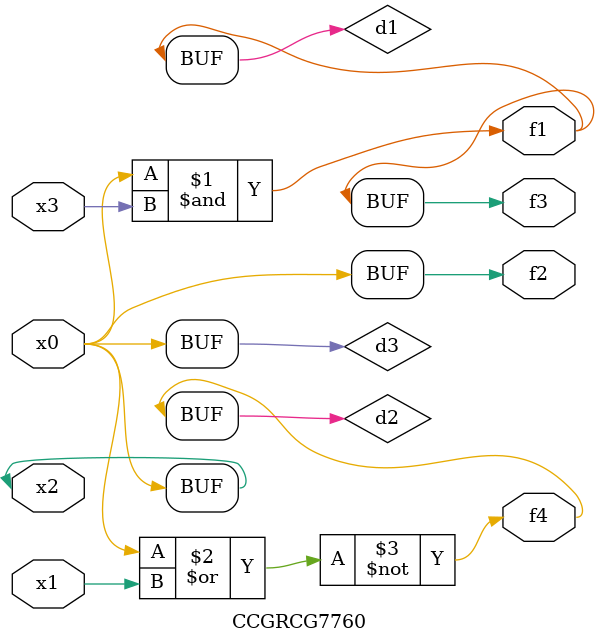
<source format=v>
module CCGRCG7760(
	input x0, x1, x2, x3,
	output f1, f2, f3, f4
);

	wire d1, d2, d3;

	and (d1, x2, x3);
	nor (d2, x0, x1);
	buf (d3, x0, x2);
	assign f1 = d1;
	assign f2 = d3;
	assign f3 = d1;
	assign f4 = d2;
endmodule

</source>
